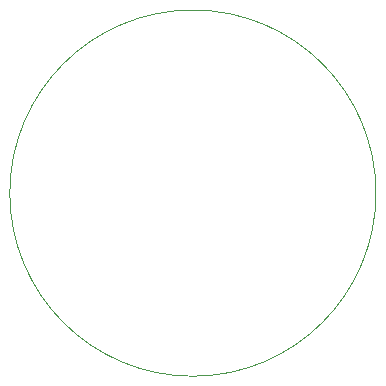
<source format=gm1>
G04 #@! TF.GenerationSoftware,KiCad,Pcbnew,5.1.10*
G04 #@! TF.CreationDate,2021-12-10T15:11:43+01:00*
G04 #@! TF.ProjectId,Watch,57617463-682e-46b6-9963-61645f706362,rev?*
G04 #@! TF.SameCoordinates,Original*
G04 #@! TF.FileFunction,Profile,NP*
%FSLAX46Y46*%
G04 Gerber Fmt 4.6, Leading zero omitted, Abs format (unit mm)*
G04 Created by KiCad (PCBNEW 5.1.10) date 2021-12-10 15:11:43*
%MOMM*%
%LPD*%
G01*
G04 APERTURE LIST*
G04 #@! TA.AperFunction,Profile*
%ADD10C,0.100000*%
G04 #@! TD*
G04 APERTURE END LIST*
D10*
X153002016Y-101000000D02*
G75*
G03*
X153002016Y-101000000I-15502016J0D01*
G01*
M02*

</source>
